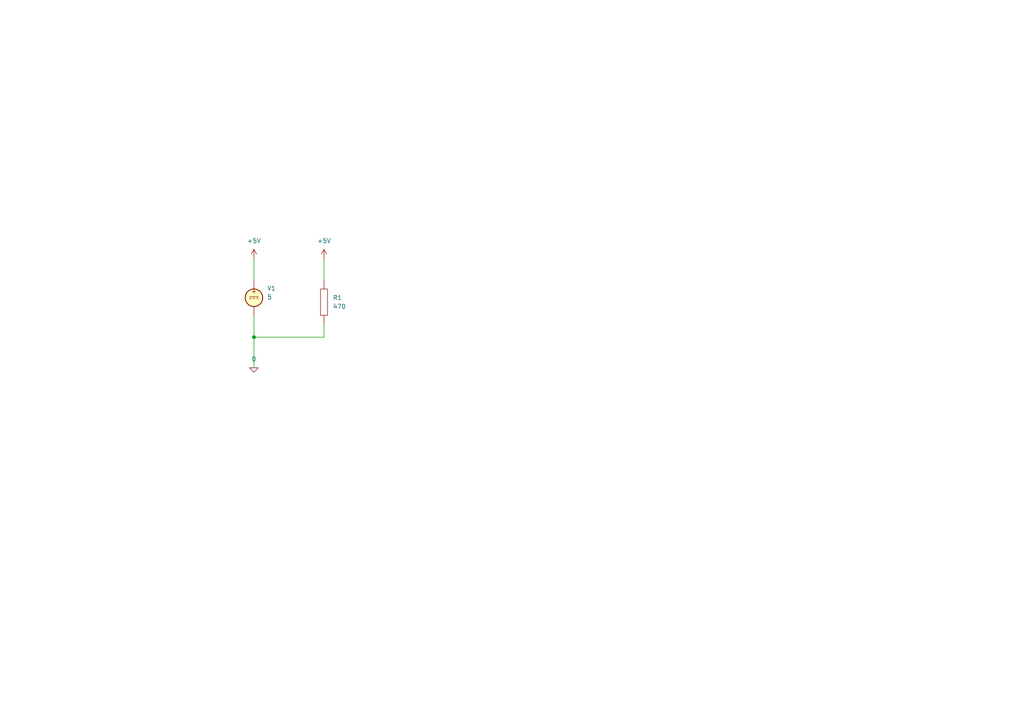
<source format=kicad_sch>
(kicad_sch (version 20211123) (generator eeschema)
  (paper "A4")
  (lib_symbols
    (symbol "Simulation_SPICE:VDC" (pin_numbers hide) (pin_names (offset 0.0254))
      (property "Reference" "V" (at 2.54 2.54 0))
      (property "Value" "VDC" (at 2.54 0 0))
      (property "Spice_Model" "dc(1)" (at 2.54 -2.54 0))
      (symbol "VDC_0_0"
        (polyline (pts (xy -1.27 0.254) (xy 1.27 0.254)))
        (polyline (pts (xy -0.762 -0.254) (xy -1.27 -0.254)))
        (polyline (pts (xy 0.254 -0.254) (xy -0.254 -0.254)))
        (polyline (pts (xy 1.27 -0.254) (xy 0.762 -0.254)))
        (text "+" (at 0 1.905 0) (effects (font (size 1.27 1.27))))
      )
      (symbol "VDC_0_1"
        (circle (center 0 0) (radius 2.54) (stroke (width 0.254)) (fill (type background)))
      )
      (symbol "VDC_1_1"
        (pin passive line (at 0 5.08 270) (length 2.54) (name "~") (number "1"))
        (pin passive line (at 0 -5.08 90) (length 2.54) (name "~") (number "2"))
      )
    )
    (symbol "power:+5V" (power) (pin_names (offset 0))
      (property "Value" "+5V" (at 0 3.556 0))
      (symbol "+5V_0_1"
        (polyline (pts (xy -0.762 1.27) (xy 0 2.54)))
        (polyline (pts (xy 0 0) (xy 0 2.54)))
        (polyline (pts (xy 0 2.54) (xy 0.762 1.27)))
      )
      (symbol "+5V_1_1"
        (pin power_in line (at 0 0 90) (length 0) hide (name "+5V") (number "1"))
      )
    )
    (symbol "pspice:0" (power) (pin_names (offset 0))
      (property "Value" "0" (at 0 -1.778 0))
      (symbol "0_0_1"
        (polyline (pts (xy -1.27 0) (xy 0 -1.27) (xy 1.27 0) (xy -1.27 0)))
      )
      (symbol "0_1_1"
        (pin power_in line (at 0 0 0) (length 0) hide (name "0") (number "1"))
      )
    )
    (symbol "pspice:R" (pin_numbers hide) (pin_names (offset 0))
      (property "Reference" "R" (at 2.032 0 90))
      (property "Value" "R" (at 0 0 90))
      (symbol "R_0_1"
        (rectangle (start -1.016 3.81) (end 1.016 -3.81))
      )
      (symbol "R_1_1"
        (pin passive line (at 0 6.35 270) (length 2.54) (name "~") (number "1"))
        (pin passive line (at 0 -6.35 90) (length 2.54) (name "~") (number "2"))
      )
    )
  )
  (junction (at 73.66 97.79))
  (wire (pts (xy 73.66 74.93) (xy 73.66 81.28)))
  (wire (pts (xy 93.98 74.93) (xy 93.98 81.28)))
  (wire (pts (xy 73.66 97.79) (xy 73.66 91.44)))
  (wire (pts (xy 93.98 93.98) (xy 93.98 97.79)))
  (wire (pts (xy 73.66 97.79) (xy 73.66 106.68)))
  (wire (pts (xy 93.98 97.79) (xy 73.66 97.79)))
  (symbol (lib_id "pspice:0") (at 73.66 106.68 0) (unit 1)
    (property "Reference" "#GND01" (effects hide))
    (property "Value" "0" (at 73.66 104.14 0))
  )
  (symbol (lib_id "pspice:R") (at 93.98 87.63 180) (unit 1)
    (property "Reference" "R1" (at 96.52 86.3599 0) (effects (justify right)))
    (property "Value" "470" (at 96.52 88.8999 0) (effects (justify right)))
  )
  (symbol (lib_id "power:+5V") (at 93.98 74.93 0) (unit 1)
    (property "Reference" "#PWR02" (effects hide))
    (property "Value" "+5V" (at 93.98 69.85 0))
  )
  (symbol (lib_id "Simulation_SPICE:VDC") (at 73.66 86.36 0) (unit 1)
    (property "Reference" "V1" (at 77.47 83.6301 0) (effects (justify left)))
    (property "Value" "VDC" (at 77.47 86.1701 0) (effects (justify left)))
    (property "Spice_Netlist_Enabled" "Y" (effects hide))
    (property "Spice_Primitive" "V" (effects hide))
    (property "Spice_Model" "dc(5)" (at 77.47 88.7101 0) (effects (justify left)))
  )
  (symbol (lib_id "power:+5V") (at 73.66 74.93 0) (unit 1)
    (property "Reference" "#PWR01" (effects hide))
    (property "Value" "+5V" (at 73.66 69.85 0))
  )
)
</source>
